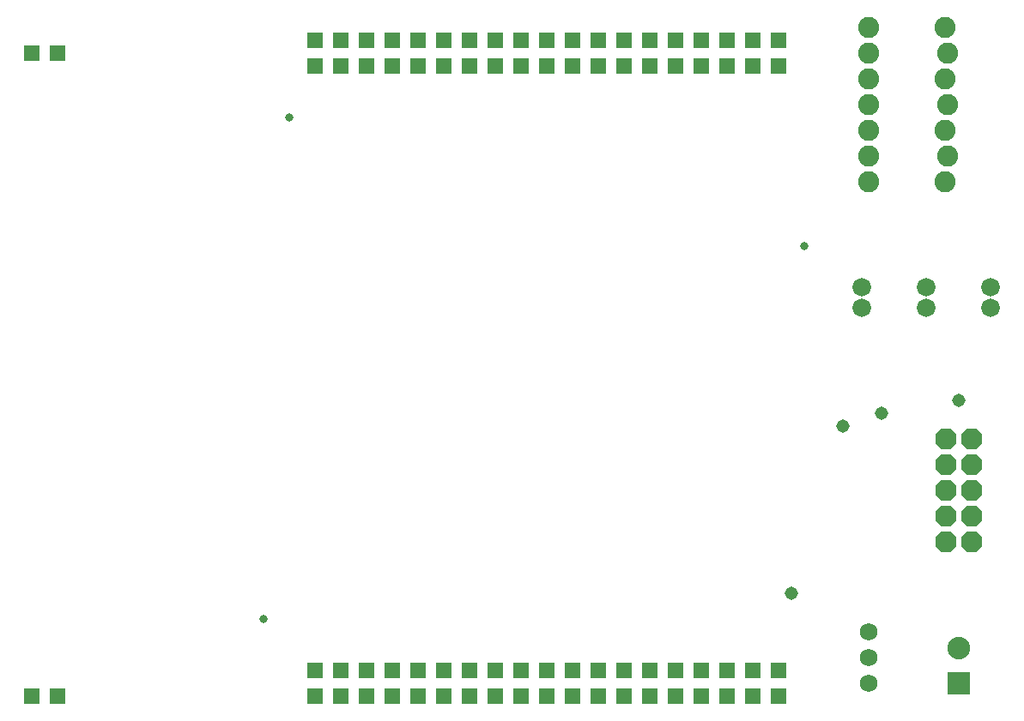
<source format=gbs>
G75*
G70*
%OFA0B0*%
%FSLAX24Y24*%
%IPPOS*%
%LPD*%
%AMOC8*
5,1,8,0,0,1.08239X$1,22.5*
%
%ADD10R,0.0595X0.0595*%
%ADD11C,0.0316*%
%ADD12C,0.0820*%
%ADD13C,0.0680*%
%ADD14OC8,0.0820*%
%ADD15R,0.0880X0.0880*%
%ADD16C,0.0880*%
%ADD17C,0.0720*%
%ADD18C,0.0516*%
D10*
X003100Y001600D03*
X004100Y001600D03*
X014100Y001600D03*
X015100Y001600D03*
X016100Y001600D03*
X016100Y002600D03*
X015100Y002600D03*
X014100Y002600D03*
X017100Y002600D03*
X018100Y002600D03*
X019100Y002600D03*
X019100Y001600D03*
X018100Y001600D03*
X017100Y001600D03*
X020100Y001600D03*
X021100Y001600D03*
X022100Y001600D03*
X022100Y002600D03*
X021100Y002600D03*
X020100Y002600D03*
X023100Y002600D03*
X024100Y002600D03*
X025100Y002600D03*
X025100Y001600D03*
X024100Y001600D03*
X023100Y001600D03*
X026100Y001600D03*
X027100Y001600D03*
X028100Y001600D03*
X028100Y002600D03*
X027100Y002600D03*
X026100Y002600D03*
X029100Y002600D03*
X030100Y002600D03*
X031100Y002600D03*
X031100Y001600D03*
X030100Y001600D03*
X029100Y001600D03*
X032100Y001600D03*
X032100Y002600D03*
X032100Y026100D03*
X032100Y027100D03*
X031100Y027100D03*
X030100Y027100D03*
X029100Y027100D03*
X029100Y026100D03*
X030100Y026100D03*
X031100Y026100D03*
X028100Y026100D03*
X027100Y026100D03*
X026100Y026100D03*
X026100Y027100D03*
X027100Y027100D03*
X028100Y027100D03*
X025100Y027100D03*
X024100Y027100D03*
X023100Y027100D03*
X023100Y026100D03*
X024100Y026100D03*
X025100Y026100D03*
X022100Y026100D03*
X021100Y026100D03*
X020100Y026100D03*
X020100Y027100D03*
X021100Y027100D03*
X022100Y027100D03*
X019100Y027100D03*
X018100Y027100D03*
X017100Y027100D03*
X017100Y026100D03*
X018100Y026100D03*
X019100Y026100D03*
X016100Y026100D03*
X015100Y026100D03*
X014100Y026100D03*
X014100Y027100D03*
X015100Y027100D03*
X016100Y027100D03*
X004100Y026600D03*
X003100Y026600D03*
D11*
X013100Y024100D03*
X033100Y019100D03*
X012100Y004600D03*
D12*
X035600Y021600D03*
X035600Y022600D03*
X035600Y023600D03*
X035600Y024600D03*
X035600Y025600D03*
X035600Y026600D03*
X035600Y027600D03*
X038550Y027600D03*
X038650Y026600D03*
X038550Y025600D03*
X038650Y024600D03*
X038550Y023600D03*
X038650Y022600D03*
X038550Y021600D03*
D13*
X035600Y004100D03*
X035600Y003100D03*
X035600Y002100D03*
D14*
X038600Y007600D03*
X039600Y007600D03*
X039600Y008600D03*
X038600Y008600D03*
X038600Y009600D03*
X039600Y009600D03*
X039600Y010600D03*
X038600Y010600D03*
X038600Y011600D03*
X039600Y011600D03*
D15*
X039100Y002100D03*
D16*
X039100Y003478D03*
D17*
X040317Y016706D03*
X040317Y017494D03*
X037817Y017494D03*
X037817Y016706D03*
X035317Y016706D03*
X035317Y017494D03*
D18*
X039100Y013100D03*
X036100Y012600D03*
X034600Y012100D03*
X032600Y005600D03*
M02*

</source>
